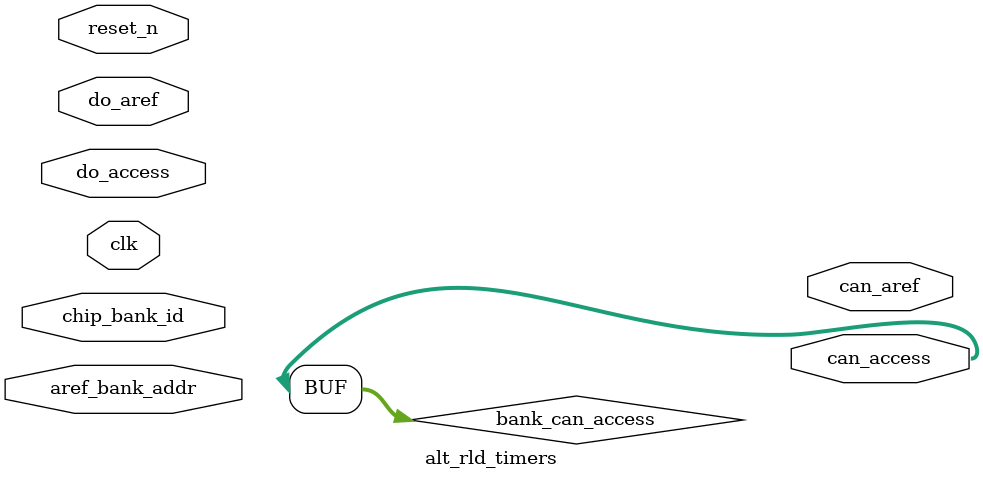
<source format=sv>



`timescale 1 ps / 1 ps

module alt_rld_timers(
	clk,
	reset_n,
	do_access,
	do_aref,
	chip_bank_id,
	aref_bank_addr,
	can_access,
	can_aref
);

//////////////////////////////////////////////////////////////////////////////
// BEGIN PARAMETER SECTION

parameter CTL_CS_WIDTH			= 0;
parameter CTL_BANKADDR_WIDTH	= 0;
parameter CHIP_BANK_ID_WIDTH	= 0;
parameter NUM_BANKS				= 0;
parameter NUM_BANKS_PER_CHIP	= 0;
// tRC in controller cycles
parameter CTL_T_RC				= 0;

// END PARAMETER SECTION
//////////////////////////////////////////////////////////////////////////////

//////////////////////////////////////////////////////////////////////////////
// BEGIN PORT SECTION

input								clk;
input								reset_n;

// Commands from main state machine
input								do_access;
input								do_aref;
input	[CHIP_BANK_ID_WIDTH-1:0]	chip_bank_id;
input	[CTL_BANKADDR_WIDTH-1:0]	aref_bank_addr;

// Timer outputs
output	[NUM_BANKS-1:0]				can_access;
output	[NUM_BANKS_PER_CHIP-1:0]	can_aref;

// END PORT SECTION
//////////////////////////////////////////////////////////////////////////////


logic	[NUM_BANKS-1:0]				bank_do_access;
wire	[NUM_BANKS-1:0]				bank_can_access;


// Generate output signals
assign can_access = bank_can_access;


// A refresh command refreshes the same bank in all chips
// can_aref is the logical AND of all chips' bank_can_access for each bank
generate
genvar bank;
genvar chip;
for (bank = 0; bank < NUM_BANKS_PER_CHIP; bank = bank + 1)
begin : can_aref_bank
	wire	[CTL_CS_WIDTH-1:0]	bank_can_aref;
	for (chip = 0; chip < CTL_CS_WIDTH; chip = chip + 1)
	begin : can_aref_chip
		assign bank_can_aref[chip] = bank_can_access[chip * NUM_BANKS_PER_CHIP + bank];
	end
	assign can_aref[bank] = &bank_can_aref;
end
endgenerate


// Decoder for 'bank_do_access' bus
always_comb
begin
	bank_do_access <= '0;

	if (do_access)
	begin
		bank_do_access[chip_bank_id] <= 1'b1;
	end
	if (do_aref)
	begin
		// do_aref refreshes all chips on the same bank
		for (int chip_num = 0; chip_num < CTL_CS_WIDTH; chip_num = chip_num + 1)
			bank_do_access[chip_num * NUM_BANKS_PER_CHIP + aref_bank_addr] <= 1'b1;
	end
end


// Instantiate a bank timer for each bank
generate
genvar bank_num;
for (bank_num = 0; bank_num < NUM_BANKS; bank_num = bank_num + 1)
begin : bank_timer_gen
	alt_rld_bank_timer timer_inst (
		.clk			(clk),
		.reset_n		(reset_n),
		.do_access		(bank_do_access[bank_num]),
		.can_access	(bank_can_access[bank_num]));
	defparam timer_inst.CTL_T_RC	= CTL_T_RC;
end
endgenerate


// Simulation assertions
// synthesis translate_off
initial
begin
	assert (CTL_T_RC > 0) else $error ("Invalid tRC");
end

always_ff @(posedge clk)
begin
	if (reset_n)
	begin
		if (do_access)
			assert (can_access[chip_bank_id]) else $error ("Write or read operation violates timing requirement");
		if (do_aref)
			assert (can_aref[aref_bank_addr]) else $error ("Refresh operation violates timing requirement");
	end
end
// synthesis translate_on


endmodule


</source>
